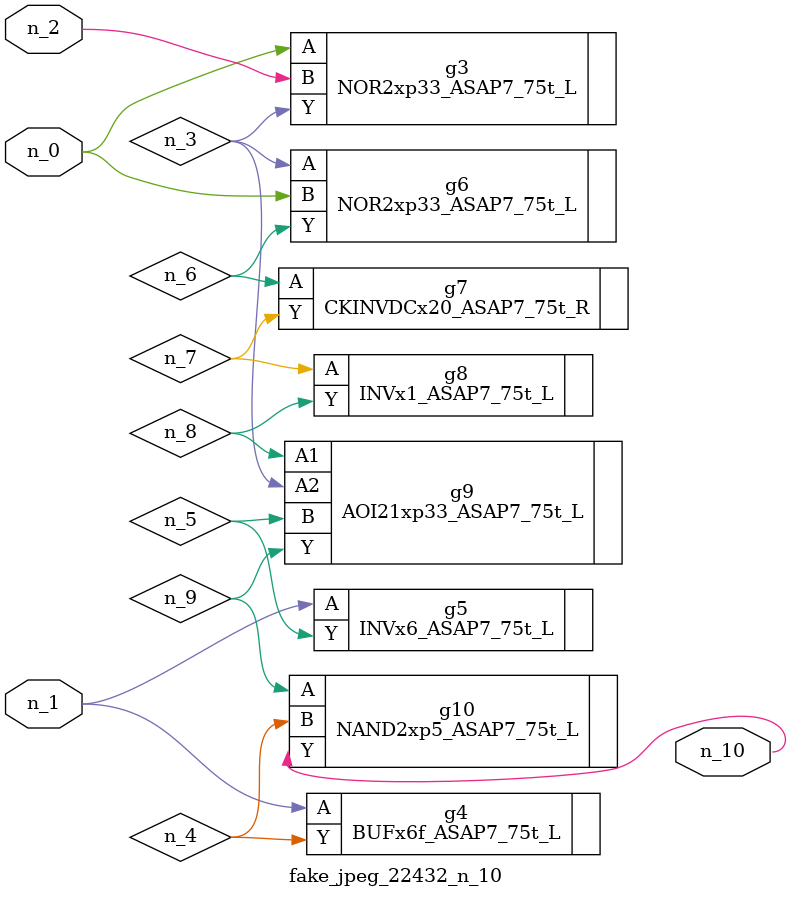
<source format=v>
module fake_jpeg_22432_n_10 (n_0, n_2, n_1, n_10);

input n_0;
input n_2;
input n_1;

output n_10;

wire n_3;
wire n_4;
wire n_8;
wire n_9;
wire n_6;
wire n_5;
wire n_7;

NOR2xp33_ASAP7_75t_L g3 ( 
.A(n_0),
.B(n_2),
.Y(n_3)
);

BUFx6f_ASAP7_75t_L g4 ( 
.A(n_1),
.Y(n_4)
);

INVx6_ASAP7_75t_L g5 ( 
.A(n_1),
.Y(n_5)
);

NOR2xp33_ASAP7_75t_L g6 ( 
.A(n_3),
.B(n_0),
.Y(n_6)
);

CKINVDCx20_ASAP7_75t_R g7 ( 
.A(n_6),
.Y(n_7)
);

INVx1_ASAP7_75t_L g8 ( 
.A(n_7),
.Y(n_8)
);

AOI21xp33_ASAP7_75t_L g9 ( 
.A1(n_8),
.A2(n_3),
.B(n_5),
.Y(n_9)
);

NAND2xp5_ASAP7_75t_L g10 ( 
.A(n_9),
.B(n_4),
.Y(n_10)
);


endmodule
</source>
